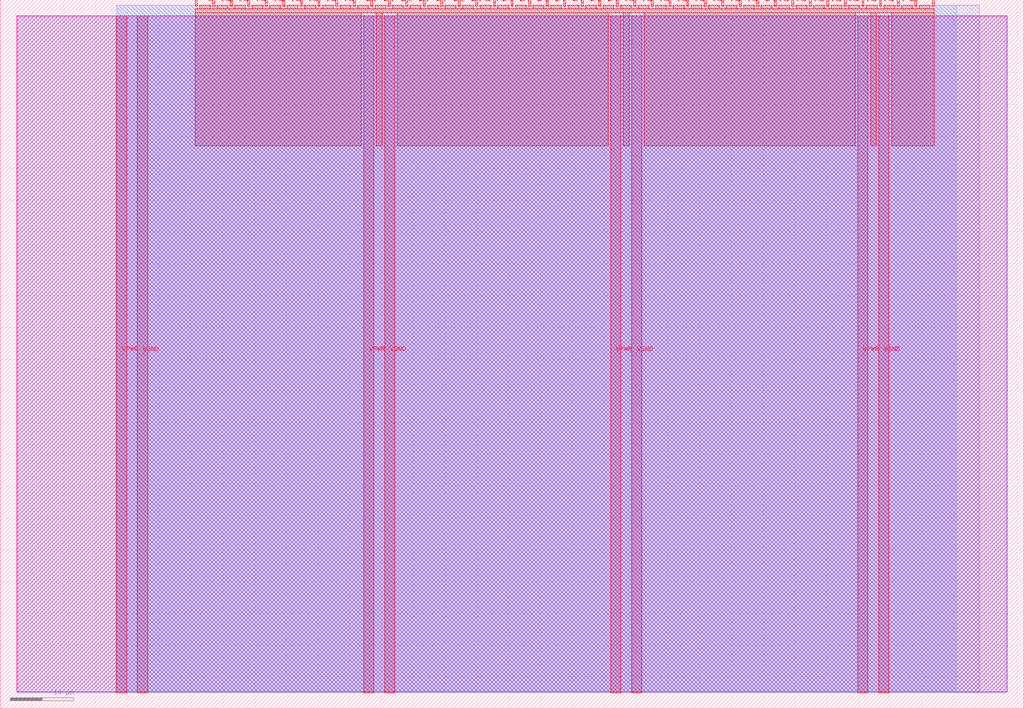
<source format=lef>
VERSION 5.7 ;
  NOWIREEXTENSIONATPIN ON ;
  DIVIDERCHAR "/" ;
  BUSBITCHARS "[]" ;
MACRO tt_um_VHDL_FSM
  CLASS BLOCK ;
  FOREIGN tt_um_VHDL_FSM ;
  ORIGIN 0.000 0.000 ;
  SIZE 161.000 BY 111.520 ;
  PIN VGND
    DIRECTION INOUT ;
    USE GROUND ;
    PORT
      LAYER met4 ;
        RECT 21.580 2.480 23.180 109.040 ;
    END
    PORT
      LAYER met4 ;
        RECT 60.450 2.480 62.050 109.040 ;
    END
    PORT
      LAYER met4 ;
        RECT 99.320 2.480 100.920 109.040 ;
    END
    PORT
      LAYER met4 ;
        RECT 138.190 2.480 139.790 109.040 ;
    END
  END VGND
  PIN VPWR
    DIRECTION INOUT ;
    USE POWER ;
    PORT
      LAYER met4 ;
        RECT 18.280 2.480 19.880 109.040 ;
    END
    PORT
      LAYER met4 ;
        RECT 57.150 2.480 58.750 109.040 ;
    END
    PORT
      LAYER met4 ;
        RECT 96.020 2.480 97.620 109.040 ;
    END
    PORT
      LAYER met4 ;
        RECT 134.890 2.480 136.490 109.040 ;
    END
  END VPWR
  PIN clk
    DIRECTION INPUT ;
    USE SIGNAL ;
    ANTENNAGATEAREA 0.852000 ;
    PORT
      LAYER met4 ;
        RECT 143.830 110.520 144.130 111.520 ;
    END
  END clk
  PIN ena
    DIRECTION INPUT ;
    USE SIGNAL ;
    ANTENNAGATEAREA 0.196500 ;
    PORT
      LAYER met4 ;
        RECT 146.590 110.520 146.890 111.520 ;
    END
  END ena
  PIN rst_n
    DIRECTION INPUT ;
    USE SIGNAL ;
    ANTENNAGATEAREA 0.196500 ;
    PORT
      LAYER met4 ;
        RECT 141.070 110.520 141.370 111.520 ;
    END
  END rst_n
  PIN ui_in[0]
    DIRECTION INPUT ;
    USE SIGNAL ;
    ANTENNAGATEAREA 0.196500 ;
    PORT
      LAYER met4 ;
        RECT 138.310 110.520 138.610 111.520 ;
    END
  END ui_in[0]
  PIN ui_in[1]
    DIRECTION INPUT ;
    USE SIGNAL ;
    ANTENNAGATEAREA 0.213000 ;
    PORT
      LAYER met4 ;
        RECT 135.550 110.520 135.850 111.520 ;
    END
  END ui_in[1]
  PIN ui_in[2]
    DIRECTION INPUT ;
    USE SIGNAL ;
    ANTENNAGATEAREA 0.196500 ;
    PORT
      LAYER met4 ;
        RECT 132.790 110.520 133.090 111.520 ;
    END
  END ui_in[2]
  PIN ui_in[3]
    DIRECTION INPUT ;
    USE SIGNAL ;
    ANTENNAGATEAREA 0.196500 ;
    PORT
      LAYER met4 ;
        RECT 130.030 110.520 130.330 111.520 ;
    END
  END ui_in[3]
  PIN ui_in[4]
    DIRECTION INPUT ;
    USE SIGNAL ;
    ANTENNAGATEAREA 0.196500 ;
    PORT
      LAYER met4 ;
        RECT 127.270 110.520 127.570 111.520 ;
    END
  END ui_in[4]
  PIN ui_in[5]
    DIRECTION INPUT ;
    USE SIGNAL ;
    PORT
      LAYER met4 ;
        RECT 124.510 110.520 124.810 111.520 ;
    END
  END ui_in[5]
  PIN ui_in[6]
    DIRECTION INPUT ;
    USE SIGNAL ;
    PORT
      LAYER met4 ;
        RECT 121.750 110.520 122.050 111.520 ;
    END
  END ui_in[6]
  PIN ui_in[7]
    DIRECTION INPUT ;
    USE SIGNAL ;
    PORT
      LAYER met4 ;
        RECT 118.990 110.520 119.290 111.520 ;
    END
  END ui_in[7]
  PIN uio_in[0]
    DIRECTION INPUT ;
    USE SIGNAL ;
    PORT
      LAYER met4 ;
        RECT 116.230 110.520 116.530 111.520 ;
    END
  END uio_in[0]
  PIN uio_in[1]
    DIRECTION INPUT ;
    USE SIGNAL ;
    PORT
      LAYER met4 ;
        RECT 113.470 110.520 113.770 111.520 ;
    END
  END uio_in[1]
  PIN uio_in[2]
    DIRECTION INPUT ;
    USE SIGNAL ;
    PORT
      LAYER met4 ;
        RECT 110.710 110.520 111.010 111.520 ;
    END
  END uio_in[2]
  PIN uio_in[3]
    DIRECTION INPUT ;
    USE SIGNAL ;
    PORT
      LAYER met4 ;
        RECT 107.950 110.520 108.250 111.520 ;
    END
  END uio_in[3]
  PIN uio_in[4]
    DIRECTION INPUT ;
    USE SIGNAL ;
    PORT
      LAYER met4 ;
        RECT 105.190 110.520 105.490 111.520 ;
    END
  END uio_in[4]
  PIN uio_in[5]
    DIRECTION INPUT ;
    USE SIGNAL ;
    PORT
      LAYER met4 ;
        RECT 102.430 110.520 102.730 111.520 ;
    END
  END uio_in[5]
  PIN uio_in[6]
    DIRECTION INPUT ;
    USE SIGNAL ;
    PORT
      LAYER met4 ;
        RECT 99.670 110.520 99.970 111.520 ;
    END
  END uio_in[6]
  PIN uio_in[7]
    DIRECTION INPUT ;
    USE SIGNAL ;
    PORT
      LAYER met4 ;
        RECT 96.910 110.520 97.210 111.520 ;
    END
  END uio_in[7]
  PIN uio_oe[0]
    DIRECTION OUTPUT ;
    USE SIGNAL ;
    PORT
      LAYER met4 ;
        RECT 49.990 110.520 50.290 111.520 ;
    END
  END uio_oe[0]
  PIN uio_oe[1]
    DIRECTION OUTPUT ;
    USE SIGNAL ;
    PORT
      LAYER met4 ;
        RECT 47.230 110.520 47.530 111.520 ;
    END
  END uio_oe[1]
  PIN uio_oe[2]
    DIRECTION OUTPUT ;
    USE SIGNAL ;
    PORT
      LAYER met4 ;
        RECT 44.470 110.520 44.770 111.520 ;
    END
  END uio_oe[2]
  PIN uio_oe[3]
    DIRECTION OUTPUT ;
    USE SIGNAL ;
    PORT
      LAYER met4 ;
        RECT 41.710 110.520 42.010 111.520 ;
    END
  END uio_oe[3]
  PIN uio_oe[4]
    DIRECTION OUTPUT ;
    USE SIGNAL ;
    PORT
      LAYER met4 ;
        RECT 38.950 110.520 39.250 111.520 ;
    END
  END uio_oe[4]
  PIN uio_oe[5]
    DIRECTION OUTPUT ;
    USE SIGNAL ;
    PORT
      LAYER met4 ;
        RECT 36.190 110.520 36.490 111.520 ;
    END
  END uio_oe[5]
  PIN uio_oe[6]
    DIRECTION OUTPUT ;
    USE SIGNAL ;
    PORT
      LAYER met4 ;
        RECT 33.430 110.520 33.730 111.520 ;
    END
  END uio_oe[6]
  PIN uio_oe[7]
    DIRECTION OUTPUT ;
    USE SIGNAL ;
    PORT
      LAYER met4 ;
        RECT 30.670 110.520 30.970 111.520 ;
    END
  END uio_oe[7]
  PIN uio_out[0]
    DIRECTION OUTPUT ;
    USE SIGNAL ;
    PORT
      LAYER met4 ;
        RECT 72.070 110.520 72.370 111.520 ;
    END
  END uio_out[0]
  PIN uio_out[1]
    DIRECTION OUTPUT ;
    USE SIGNAL ;
    PORT
      LAYER met4 ;
        RECT 69.310 110.520 69.610 111.520 ;
    END
  END uio_out[1]
  PIN uio_out[2]
    DIRECTION OUTPUT ;
    USE SIGNAL ;
    PORT
      LAYER met4 ;
        RECT 66.550 110.520 66.850 111.520 ;
    END
  END uio_out[2]
  PIN uio_out[3]
    DIRECTION OUTPUT ;
    USE SIGNAL ;
    PORT
      LAYER met4 ;
        RECT 63.790 110.520 64.090 111.520 ;
    END
  END uio_out[3]
  PIN uio_out[4]
    DIRECTION OUTPUT ;
    USE SIGNAL ;
    PORT
      LAYER met4 ;
        RECT 61.030 110.520 61.330 111.520 ;
    END
  END uio_out[4]
  PIN uio_out[5]
    DIRECTION OUTPUT ;
    USE SIGNAL ;
    PORT
      LAYER met4 ;
        RECT 58.270 110.520 58.570 111.520 ;
    END
  END uio_out[5]
  PIN uio_out[6]
    DIRECTION OUTPUT ;
    USE SIGNAL ;
    PORT
      LAYER met4 ;
        RECT 55.510 110.520 55.810 111.520 ;
    END
  END uio_out[6]
  PIN uio_out[7]
    DIRECTION OUTPUT ;
    USE SIGNAL ;
    PORT
      LAYER met4 ;
        RECT 52.750 110.520 53.050 111.520 ;
    END
  END uio_out[7]
  PIN uo_out[0]
    DIRECTION OUTPUT ;
    USE SIGNAL ;
    ANTENNADIFFAREA 0.445500 ;
    PORT
      LAYER met4 ;
        RECT 94.150 110.520 94.450 111.520 ;
    END
  END uo_out[0]
  PIN uo_out[1]
    DIRECTION OUTPUT ;
    USE SIGNAL ;
    ANTENNADIFFAREA 0.643500 ;
    PORT
      LAYER met4 ;
        RECT 91.390 110.520 91.690 111.520 ;
    END
  END uo_out[1]
  PIN uo_out[2]
    DIRECTION OUTPUT ;
    USE SIGNAL ;
    ANTENNADIFFAREA 0.643500 ;
    PORT
      LAYER met4 ;
        RECT 88.630 110.520 88.930 111.520 ;
    END
  END uo_out[2]
  PIN uo_out[3]
    DIRECTION OUTPUT ;
    USE SIGNAL ;
    ANTENNADIFFAREA 0.643500 ;
    PORT
      LAYER met4 ;
        RECT 85.870 110.520 86.170 111.520 ;
    END
  END uo_out[3]
  PIN uo_out[4]
    DIRECTION OUTPUT ;
    USE SIGNAL ;
    ANTENNADIFFAREA 0.643500 ;
    PORT
      LAYER met4 ;
        RECT 83.110 110.520 83.410 111.520 ;
    END
  END uo_out[4]
  PIN uo_out[5]
    DIRECTION OUTPUT ;
    USE SIGNAL ;
    ANTENNADIFFAREA 0.445500 ;
    PORT
      LAYER met4 ;
        RECT 80.350 110.520 80.650 111.520 ;
    END
  END uo_out[5]
  PIN uo_out[6]
    DIRECTION OUTPUT ;
    USE SIGNAL ;
    PORT
      LAYER met4 ;
        RECT 77.590 110.520 77.890 111.520 ;
    END
  END uo_out[6]
  PIN uo_out[7]
    DIRECTION OUTPUT ;
    USE SIGNAL ;
    PORT
      LAYER met4 ;
        RECT 74.830 110.520 75.130 111.520 ;
    END
  END uo_out[7]
  OBS
      LAYER nwell ;
        RECT 2.570 2.635 158.430 108.990 ;
      LAYER li1 ;
        RECT 2.760 2.635 158.240 108.885 ;
      LAYER met1 ;
        RECT 2.760 2.480 158.240 109.040 ;
      LAYER met2 ;
        RECT 18.310 2.535 154.000 110.685 ;
      LAYER met3 ;
        RECT 18.290 2.555 150.355 110.665 ;
      LAYER met4 ;
        RECT 31.370 110.120 33.030 110.665 ;
        RECT 34.130 110.120 35.790 110.665 ;
        RECT 36.890 110.120 38.550 110.665 ;
        RECT 39.650 110.120 41.310 110.665 ;
        RECT 42.410 110.120 44.070 110.665 ;
        RECT 45.170 110.120 46.830 110.665 ;
        RECT 47.930 110.120 49.590 110.665 ;
        RECT 50.690 110.120 52.350 110.665 ;
        RECT 53.450 110.120 55.110 110.665 ;
        RECT 56.210 110.120 57.870 110.665 ;
        RECT 58.970 110.120 60.630 110.665 ;
        RECT 61.730 110.120 63.390 110.665 ;
        RECT 64.490 110.120 66.150 110.665 ;
        RECT 67.250 110.120 68.910 110.665 ;
        RECT 70.010 110.120 71.670 110.665 ;
        RECT 72.770 110.120 74.430 110.665 ;
        RECT 75.530 110.120 77.190 110.665 ;
        RECT 78.290 110.120 79.950 110.665 ;
        RECT 81.050 110.120 82.710 110.665 ;
        RECT 83.810 110.120 85.470 110.665 ;
        RECT 86.570 110.120 88.230 110.665 ;
        RECT 89.330 110.120 90.990 110.665 ;
        RECT 92.090 110.120 93.750 110.665 ;
        RECT 94.850 110.120 96.510 110.665 ;
        RECT 97.610 110.120 99.270 110.665 ;
        RECT 100.370 110.120 102.030 110.665 ;
        RECT 103.130 110.120 104.790 110.665 ;
        RECT 105.890 110.120 107.550 110.665 ;
        RECT 108.650 110.120 110.310 110.665 ;
        RECT 111.410 110.120 113.070 110.665 ;
        RECT 114.170 110.120 115.830 110.665 ;
        RECT 116.930 110.120 118.590 110.665 ;
        RECT 119.690 110.120 121.350 110.665 ;
        RECT 122.450 110.120 124.110 110.665 ;
        RECT 125.210 110.120 126.870 110.665 ;
        RECT 127.970 110.120 129.630 110.665 ;
        RECT 130.730 110.120 132.390 110.665 ;
        RECT 133.490 110.120 135.150 110.665 ;
        RECT 136.250 110.120 137.910 110.665 ;
        RECT 139.010 110.120 140.670 110.665 ;
        RECT 141.770 110.120 143.430 110.665 ;
        RECT 144.530 110.120 146.190 110.665 ;
        RECT 30.655 109.440 146.905 110.120 ;
        RECT 30.655 88.575 56.750 109.440 ;
        RECT 59.150 88.575 60.050 109.440 ;
        RECT 62.450 88.575 95.620 109.440 ;
        RECT 98.020 88.575 98.920 109.440 ;
        RECT 101.320 88.575 134.490 109.440 ;
        RECT 136.890 88.575 137.790 109.440 ;
        RECT 140.190 88.575 146.905 109.440 ;
  END
END tt_um_VHDL_FSM
END LIBRARY


</source>
